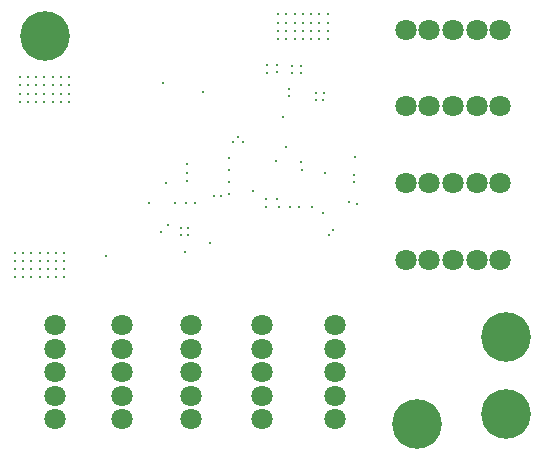
<source format=gbs>
G04 Layer_Color=16711935*
%FSAX25Y25*%
%MOIN*%
G70*
G01*
G75*
%ADD54C,0.16548*%
%ADD55C,0.07100*%
%ADD56C,0.01200*%
D54*
X0429134Y0122047D02*
D03*
X0399300Y0118500D02*
D03*
X0275590Y0248031D02*
D03*
X0429134Y0147638D02*
D03*
D55*
X0395643Y0250000D02*
D03*
X0403543D02*
D03*
X0411443D02*
D03*
X0419317D02*
D03*
X0427191D02*
D03*
X0372047Y0151627D02*
D03*
Y0143727D02*
D03*
Y0135827D02*
D03*
Y0127953D02*
D03*
Y0120079D02*
D03*
X0395617Y0224409D02*
D03*
X0403517D02*
D03*
X0411417D02*
D03*
X0419291D02*
D03*
X0427165D02*
D03*
X0395643Y0198819D02*
D03*
X0403543D02*
D03*
X0411443D02*
D03*
X0419317D02*
D03*
X0427191D02*
D03*
X0395617Y0173228D02*
D03*
X0403517D02*
D03*
X0411417D02*
D03*
X0419291D02*
D03*
X0427165D02*
D03*
X0347669Y0151627D02*
D03*
Y0143727D02*
D03*
Y0135827D02*
D03*
Y0127953D02*
D03*
Y0120079D02*
D03*
X0324169Y0151627D02*
D03*
Y0143727D02*
D03*
Y0135827D02*
D03*
Y0127953D02*
D03*
Y0120079D02*
D03*
X0301181Y0151627D02*
D03*
Y0143727D02*
D03*
Y0135827D02*
D03*
Y0127953D02*
D03*
Y0120079D02*
D03*
X0278864Y0151627D02*
D03*
Y0143727D02*
D03*
Y0135827D02*
D03*
Y0127953D02*
D03*
Y0120079D02*
D03*
D56*
X0268106Y0170206D02*
D03*
X0270861Y0172962D02*
D03*
X0273617Y0175718D02*
D03*
X0276373Y0167450D02*
D03*
X0279129D02*
D03*
X0281885D02*
D03*
X0265350Y0172962D02*
D03*
X0268106Y0167450D02*
D03*
Y0175718D02*
D03*
Y0172962D02*
D03*
X0265350Y0167450D02*
D03*
Y0175718D02*
D03*
Y0170206D02*
D03*
X0273617Y0172962D02*
D03*
Y0170206D02*
D03*
X0270861Y0167450D02*
D03*
Y0170206D02*
D03*
Y0175718D02*
D03*
X0276373Y0170206D02*
D03*
Y0172962D02*
D03*
X0273617Y0167450D02*
D03*
X0276373Y0175718D02*
D03*
X0281885D02*
D03*
Y0172962D02*
D03*
Y0170206D02*
D03*
X0279129Y0175718D02*
D03*
Y0172962D02*
D03*
Y0170206D02*
D03*
X0269721Y0228656D02*
D03*
X0272476Y0231412D02*
D03*
X0275232Y0234168D02*
D03*
X0277988Y0225900D02*
D03*
X0280744D02*
D03*
X0283500D02*
D03*
X0266965Y0231412D02*
D03*
X0269721Y0225900D02*
D03*
Y0234168D02*
D03*
Y0231412D02*
D03*
X0266965Y0225900D02*
D03*
Y0234168D02*
D03*
Y0228656D02*
D03*
X0275232Y0231412D02*
D03*
Y0228656D02*
D03*
X0272476Y0225900D02*
D03*
Y0228656D02*
D03*
Y0234168D02*
D03*
X0277988Y0228656D02*
D03*
Y0231412D02*
D03*
X0275232Y0225900D02*
D03*
X0277988Y0234168D02*
D03*
X0283500D02*
D03*
Y0231412D02*
D03*
Y0228656D02*
D03*
X0280744Y0234168D02*
D03*
Y0231412D02*
D03*
Y0228656D02*
D03*
X0368205Y0226533D02*
D03*
X0365700Y0226500D02*
D03*
X0365800Y0228800D02*
D03*
X0368572Y0228900D02*
D03*
X0352700Y0235900D02*
D03*
Y0238400D02*
D03*
X0349300Y0235500D02*
D03*
Y0238400D02*
D03*
X0360630Y0237795D02*
D03*
X0357874D02*
D03*
X0354764Y0220866D02*
D03*
X0356693Y0230315D02*
D03*
Y0227953D02*
D03*
X0357874Y0235433D02*
D03*
X0360630D02*
D03*
X0378346Y0201575D02*
D03*
Y0199213D02*
D03*
X0378740Y0207441D02*
D03*
X0370200Y0181499D02*
D03*
X0371476Y0183366D02*
D03*
X0349213Y0190945D02*
D03*
Y0193701D02*
D03*
X0352756D02*
D03*
X0322047Y0175984D02*
D03*
X0322835Y0199606D02*
D03*
Y0202362D02*
D03*
Y0205118D02*
D03*
X0322441Y0192126D02*
D03*
X0325551Y0192126D02*
D03*
X0318701D02*
D03*
X0323228Y0181496D02*
D03*
X0320866D02*
D03*
X0323228Y0183858D02*
D03*
X0320866D02*
D03*
X0366929Y0249606D02*
D03*
Y0252362D02*
D03*
Y0255118D02*
D03*
X0369685Y0249606D02*
D03*
Y0252362D02*
D03*
Y0255118D02*
D03*
X0364173D02*
D03*
X0361417Y0246850D02*
D03*
X0364173Y0252362D02*
D03*
Y0249606D02*
D03*
X0358661Y0255118D02*
D03*
Y0249606D02*
D03*
Y0246850D02*
D03*
X0361417Y0249606D02*
D03*
Y0252362D02*
D03*
X0353150Y0249606D02*
D03*
Y0255118D02*
D03*
Y0246850D02*
D03*
X0355906Y0252362D02*
D03*
Y0255118D02*
D03*
Y0246850D02*
D03*
X0353150Y0252362D02*
D03*
X0369685Y0246850D02*
D03*
X0366929D02*
D03*
X0364173D02*
D03*
X0361417Y0255118D02*
D03*
X0358661Y0252362D02*
D03*
X0355906Y0249606D02*
D03*
X0331890Y0194488D02*
D03*
X0334252D02*
D03*
X0336614Y0195276D02*
D03*
Y0199213D02*
D03*
Y0203150D02*
D03*
Y0207087D02*
D03*
X0341339Y0212598D02*
D03*
X0338189D02*
D03*
X0339764Y0214173D02*
D03*
X0352362Y0206299D02*
D03*
X0295636Y0174409D02*
D03*
X0310236Y0192126D02*
D03*
X0353543Y0190945D02*
D03*
X0361024Y0203150D02*
D03*
X0360630Y0205906D02*
D03*
X0368112Y0188979D02*
D03*
X0364567Y0190945D02*
D03*
X0357087D02*
D03*
X0355906Y0211024D02*
D03*
X0360236Y0190945D02*
D03*
X0376771Y0192519D02*
D03*
X0379527Y0191929D02*
D03*
X0316535Y0185039D02*
D03*
X0313997Y0182677D02*
D03*
X0344921Y0196128D02*
D03*
X0330314Y0178740D02*
D03*
X0328110Y0229095D02*
D03*
X0368898Y0202362D02*
D03*
X0314764Y0232283D02*
D03*
X0315748Y0198819D02*
D03*
M02*

</source>
